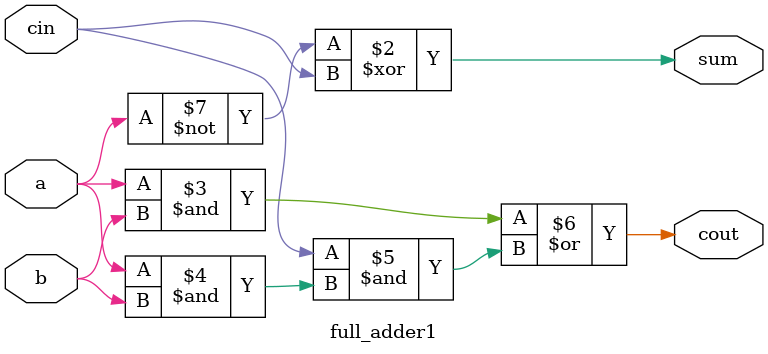
<source format=v>
module full_adder1(a,b,cin,sum,cout);
input a,b,cin;
output sum,cout;
assign sum = a^1'b1^cin;
assign cout = a&b|cin&(a&b); 
// initial begin
//     $display("The incorrect adder with xor0 having in2/1");
// end   
endmodule
</source>
